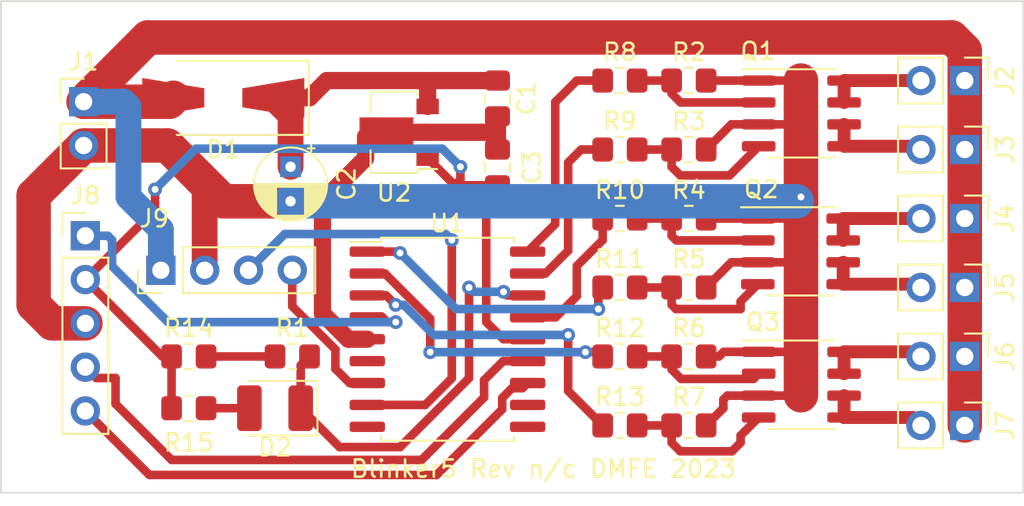
<source format=kicad_pcb>
(kicad_pcb (version 20221018) (generator pcbnew)
  (title_block (title "Blinker5") (date "2023-12-22") (rev "n/c") (company "DMFE"))
  (layers (0 "F.Cu" signal) (31 "B.Cu" signal) (34 "B.Paste" user) (35 "F.Paste" user) (36 "B.SilkS" user "B.Silkscreen") (37 "F.SilkS" user "F.Silkscreen") (38 "B.Mask" user) (39 "F.Mask" user) (44 "Edge.Cuts" user))
  (net 0 "")
  (net 1 "Net-(D1-K)")
  (net 2 "GND")
  (net 3 "+5V")
  (net 4 "+12V")
  (net 5 "Net-(D2-K)")
  (net 6 "Net-(D2-A)")
  (net 7 "Net-(J2-Pin_2)")
  (net 8 "Net-(J3-Pin_2)")
  (net 9 "Net-(J4-Pin_2)")
  (net 10 "Net-(J5-Pin_2)")
  (net 11 "Net-(J6-Pin_2)")
  (net 12 "Net-(J7-Pin_2)")
  (net 13 "VPP")
  (net 14 "PGD")
  (net 15 "PGC")
  (net 16 "TX")
  (net 17 "RX")
  (net 18 "Net-(Q1A-G)")
  (net 19 "Net-(Q1B-G)")
  (net 20 "Net-(Q2A-G)")
  (net 21 "Net-(Q2B-G)")
  (net 22 "Net-(Q3A-G)")
  (net 23 "Net-(Q3B-G)")
  (net 24 "Net-(R1-Pad1)")
  (net 25 "Net-(U1-AN1{slash}RA1)")
  (net 26 "Net-(U1-AN0{slash}RA0)")
  (net 27 "Net-(U1-CLKOUT{slash}OSC2{slash}RA6)")
  (net 28 "Net-(U1-Vref{slash}AN2{slash}RA2)")
  (net 29 "Net-(U1-CMP1{slash}AN3{slash}RA3)")
  (net 30 "Net-(U1-TOCKI{slash}CMP2{slash}RA4)")
  (footprint "Connector_PinHeader_2.54mm:PinHeader_1x05_P2.54mm_Vertical" (layer "F.Cu") (at 109 71)
    (fp_text reference "J8" (at 0 -2.33 180) (layer "F.SilkS"))
    (fp_text value "Conn_01x05")
    (pad "1" thru_hole rect (at 0 0) (size 1.7 1.7) (drill 1) (layers "*.Cu" "*.Mask") (net 13 "VPP"))
    (pad "2" thru_hole oval (at 0 2.54) (size 1.7 1.7) (drill 1) (layers "*.Cu" "*.Mask") (net 3 "+5V"))
    (pad "3" thru_hole oval (at 0 5.08) (size 1.7 1.7) (drill 1) (layers "*.Cu" "*.Mask") (net 2 "GND"))
    (pad "4" thru_hole oval (at 0 7.62) (size 1.7 1.7) (drill 1) (layers "*.Cu" "*.Mask") (net 14 "PGD"))
    (pad "5" thru_hole oval (at 0 10.16) (size 1.7 1.7) (drill 1) (layers "*.Cu" "*.Mask") (net 15 "PGC"))
  )
  (footprint "Resistor_SMD:R_0805_2012Metric_Pad1.20x1.40mm_HandSolder" (layer "F.Cu") (at 115 81)
    (fp_text reference "R15" (at 0 2) (layer "F.SilkS"))
    (fp_text value "1K0")
    (pad "1" smd roundrect (at -1 0) (size 1.2 1.4) (layers "F.Cu" "F.Paste" "F.Mask") (roundrect_rratio 0.2083333333) (net 3 "+5V"))
    (pad "2" smd roundrect (at 1 0) (size 1.2 1.4) (layers "F.Cu" "F.Paste" "F.Mask") (roundrect_rratio 0.2083333333) (net 6 "Net-(D2-A)"))
  )
  (footprint "Package_SO:SOIC-8_3.9x4.9mm_P1.27mm" (layer "F.Cu") (at 150.475 71.905)
    (fp_text reference "Q2" (at -2.275 -3.605) (layer "F.SilkS"))
    (fp_text value "IRF7101")
    (pad "1" smd roundrect (at -2.475 -1.905) (size 1.95 0.6) (layers "F.Cu" "F.Paste" "F.Mask") (net 2 "GND"))
    (pad "2" smd roundrect (at -2.475 -0.635) (size 1.95 0.6) (layers "F.Cu" "F.Paste" "F.Mask") (net 20 "Net-(Q2A-G)"))
    (pad "3" smd roundrect (at -2.475 0.635) (size 1.95 0.6) (layers "F.Cu" "F.Paste" "F.Mask") (net 2 "GND"))
    (pad "4" smd roundrect (at -2.475 1.905) (size 1.95 0.6) (layers "F.Cu" "F.Paste" "F.Mask") (net 21 "Net-(Q2B-G)"))
    (pad "5" smd roundrect (at 2.475 1.905) (size 1.95 0.6) (layers "F.Cu" "F.Paste" "F.Mask") (net 10 "Net-(J5-Pin_2)"))
    (pad "6" smd roundrect (at 2.475 0.635) (size 1.95 0.6) (layers "F.Cu" "F.Paste" "F.Mask") (net 10 "Net-(J5-Pin_2)"))
    (pad "7" smd roundrect (at 2.475 -0.635) (size 1.95 0.6) (layers "F.Cu" "F.Paste" "F.Mask") (net 9 "Net-(J4-Pin_2)"))
    (pad "8" smd roundrect (at 2.475 -1.905) (size 1.95 0.6) (layers "F.Cu" "F.Paste" "F.Mask") (net 9 "Net-(J4-Pin_2)"))
  )
  (footprint "Package_TO_SOT_SMD:SOT-89-3" (layer "F.Cu") (at 126.9 65 180)
    (fp_text reference "U2" (at 0 -3.5) (layer "F.SilkS"))
    (fp_text value "L78L05_SOT89")
    (pad "1" smd rect (at -1.95 -1.5 180) (size 1.3 0.9) (layers "F.Cu" "F.Paste" "F.Mask") (net 3 "+5V"))
    (pad "2" smd custom (at -1.8625 0 180) (size 1.475 0.9) (layers "F.Cu" "F.Paste" "F.Mask") (net 2 "GND") (options (clearance outline) (anchor rect)) (primitives (gr_poly (pts (xy 3.8625 0.8665) (xy 0.7375 0.8665) (xy 0.7375 -0.8665) (xy 3.8625 -0.8665)) (width 0) (fill yes))))
    (pad "3" smd rect (at -1.95 1.5 180) (size 1.3 0.9) (layers "F.Cu" "F.Paste" "F.Mask") (net 1 "Net-(D1-K)"))
  )
  (footprint "Package_SO:SOIC-8_3.9x4.9mm_P1.27mm" (layer "F.Cu") (at 150.525 63.905)
    (fp_text reference "Q1" (at -2.525 -3.605) (layer "F.SilkS"))
    (fp_text value "IRF7101")
    (pad "1" smd roundrect (at -2.475 -1.905) (size 1.95 0.6) (layers "F.Cu" "F.Paste" "F.Mask") (net 2 "GND"))
    (pad "2" smd roundrect (at -2.475 -0.635) (size 1.95 0.6) (layers "F.Cu" "F.Paste" "F.Mask") (net 18 "Net-(Q1A-G)"))
    (pad "3" smd roundrect (at -2.475 0.635) (size 1.95 0.6) (layers "F.Cu" "F.Paste" "F.Mask") (net 2 "GND"))
    (pad "4" smd roundrect (at -2.475 1.905) (size 1.95 0.6) (layers "F.Cu" "F.Paste" "F.Mask") (net 19 "Net-(Q1B-G)"))
    (pad "5" smd roundrect (at 2.475 1.905) (size 1.95 0.6) (layers "F.Cu" "F.Paste" "F.Mask") (net 8 "Net-(J3-Pin_2)"))
    (pad "6" smd roundrect (at 2.475 0.635) (size 1.95 0.6) (layers "F.Cu" "F.Paste" "F.Mask") (net 8 "Net-(J3-Pin_2)"))
    (pad "7" smd roundrect (at 2.475 -0.635) (size 1.95 0.6) (layers "F.Cu" "F.Paste" "F.Mask") (net 7 "Net-(J2-Pin_2)"))
    (pad "8" smd roundrect (at 2.475 -1.905) (size 1.95 0.6) (layers "F.Cu" "F.Paste" "F.Mask") (net 7 "Net-(J2-Pin_2)"))
  )
  (footprint "Diode_SMD:D_SMA-SMB_Universal_Handsoldering" (layer "F.Cu") (at 117 63 180)
    (fp_text reference "D1" (at 0 -3) (layer "F.SilkS"))
    (fp_text value "SMA 1A")
    (pad "1" smd trapezoid (at -2.9 0 180) (size 3.6 1.7) (rect_delta 0.6 0) (layers "F.Cu" "F.Paste" "F.Mask") (net 1 "Net-(D1-K)"))
    (pad "2" smd trapezoid (at 2.9 0) (size 3.6 1.7) (rect_delta 0.6 0) (layers "F.Cu" "F.Paste" "F.Mask") (net 4 "+12V"))
  )
  (footprint "Package_SO:SOIC-8_3.9x4.9mm_P1.27mm" (layer "F.Cu") (at 150.525 79.635)
    (fp_text reference "Q3" (at -2.225 -3.635) (layer "F.SilkS"))
    (fp_text value "IRF7101")
    (pad "1" smd roundrect (at -2.475 -1.905) (size 1.95 0.6) (layers "F.Cu" "F.Paste" "F.Mask") (net 2 "GND"))
    (pad "2" smd roundrect (at -2.475 -0.635) (size 1.95 0.6) (layers "F.Cu" "F.Paste" "F.Mask") (net 22 "Net-(Q3A-G)"))
    (pad "3" smd roundrect (at -2.475 0.635) (size 1.95 0.6) (layers "F.Cu" "F.Paste" "F.Mask") (net 2 "GND"))
    (pad "4" smd roundrect (at -2.475 1.905) (size 1.95 0.6) (layers "F.Cu" "F.Paste" "F.Mask") (net 23 "Net-(Q3B-G)"))
    (pad "5" smd roundrect (at 2.475 1.905) (size 1.95 0.6) (layers "F.Cu" "F.Paste" "F.Mask") (net 12 "Net-(J7-Pin_2)"))
    (pad "6" smd roundrect (at 2.475 0.635) (size 1.95 0.6) (layers "F.Cu" "F.Paste" "F.Mask") (net 12 "Net-(J7-Pin_2)"))
    (pad "7" smd roundrect (at 2.475 -0.635) (size 1.95 0.6) (layers "F.Cu" "F.Paste" "F.Mask") (net 11 "Net-(J6-Pin_2)"))
    (pad "8" smd roundrect (at 2.475 -1.905) (size 1.95 0.6) (layers "F.Cu" "F.Paste" "F.Mask") (net 11 "Net-(J6-Pin_2)"))
  )
  (footprint "Connector_PinHeader_2.54mm:PinHeader_1x02_P2.54mm_Vertical" (layer "F.Cu") (at 160 82 -90)
    (fp_text reference "J7" (at 0 -2.33 90) (layer "F.SilkS"))
    (fp_text value "Conn_01x02")
    (pad "1" thru_hole rect (at 0 0 270) (size 1.7 1.7) (drill 1) (layers "*.Cu" "*.Mask") (net 4 "+12V"))
    (pad "2" thru_hole oval (at 0 2.54 270) (size 1.7 1.7) (drill 1) (layers "*.Cu" "*.Mask") (net 12 "Net-(J7-Pin_2)"))
  )
  (footprint "Connector_PinHeader_2.54mm:PinHeader_1x02_P2.54mm_Vertical" (layer "F.Cu") (at 160 74 -90)
    (fp_text reference "J5" (at 0 -2.33 90) (layer "F.SilkS"))
    (fp_text value "Conn_01x02")
    (pad "1" thru_hole rect (at 0 0 270) (size 1.7 1.7) (drill 1) (layers "*.Cu" "*.Mask") (net 4 "+12V"))
    (pad "2" thru_hole oval (at 0 2.54 270) (size 1.7 1.7) (drill 1) (layers "*.Cu" "*.Mask") (net 10 "Net-(J5-Pin_2)"))
  )
  (footprint "LED_SMD:LED_1210_3225Metric_Pad1.42x2.65mm_HandSolder" (layer "F.Cu") (at 120 81 180)
    (fp_text reference "D2" (at 0 -2.28) (layer "F.SilkS"))
    (fp_text value "LED_Filled")
    (pad "1" smd roundrect (at -1.4875 0 180) (size 1.425 2.65) (layers "F.Cu" "F.Paste" "F.Mask") (roundrect_rratio 0.1754392982) (net 5 "Net-(D2-K)"))
    (pad "2" smd roundrect (at 1.4875 0 180) (size 1.425 2.65) (layers "F.Cu" "F.Paste" "F.Mask") (roundrect_rratio 0.1754392982) (net 6 "Net-(D2-A)"))
  )
  (footprint "Resistor_SMD:R_0805_2012Metric_Pad1.20x1.40mm_HandSolder" (layer "F.Cu") (at 144 82)
    (fp_text reference "R7" (at 0 -1.65) (layer "F.SilkS"))
    (fp_text value "47K")
    (pad "1" smd roundrect (at -1 0) (size 1.2 1.4) (layers "F.Cu" "F.Paste" "F.Mask") (roundrect_rratio 0.2083333333) (net 23 "Net-(Q3B-G)"))
    (pad "2" smd roundrect (at 1 0) (size 1.2 1.4) (layers "F.Cu" "F.Paste" "F.Mask") (roundrect_rratio 0.2083333333) (net 2 "GND"))
  )
  (footprint "Resistor_SMD:R_0805_2012Metric_Pad1.20x1.40mm_HandSolder" (layer "F.Cu") (at 140 82)
    (fp_text reference "R13" (at 0 -1.65) (layer "F.SilkS"))
    (fp_text value "47R")
    (pad "1" smd roundrect (at -1 0) (size 1.2 1.4) (layers "F.Cu" "F.Paste" "F.Mask") (roundrect_rratio 0.2083333333) (net 30 "Net-(U1-TOCKI{slash}CMP2{slash}RA4)"))
    (pad "2" smd roundrect (at 1 0) (size 1.2 1.4) (layers "F.Cu" "F.Paste" "F.Mask") (roundrect_rratio 0.2083333333) (net 23 "Net-(Q3B-G)"))
  )
  (footprint "Package_SO:SOIC-18W_7.5x11.6mm_P1.27mm" (layer "F.Cu") (at 130 77)
    (fp_text reference "U1" (at 0 -6.72) (layer "F.SilkS"))
    (fp_text value "PIC16F1847-ISO")
    (pad "1" smd roundrect (at -4.65 -5.08) (size 2.05 0.6) (layers "F.Cu" "F.Paste" "F.Mask") (net 28 "Net-(U1-Vref{slash}AN2{slash}RA2)"))
    (pad "2" smd roundrect (at -4.65 -3.81) (size 2.05 0.6) (layers "F.Cu" "F.Paste" "F.Mask") (net 29 "Net-(U1-CMP1{slash}AN3{slash}RA3)"))
    (pad "3" smd roundrect (at -4.65 -2.54) (size 2.05 0.6) (layers "F.Cu" "F.Paste" "F.Mask") (net 30 "Net-(U1-TOCKI{slash}CMP2{slash}RA4)"))
    (pad "4" smd roundrect (at -4.65 -1.27) (size 2.05 0.6) (layers "F.Cu" "F.Paste" "F.Mask") (net 13 "VPP"))
    (pad "5" smd roundrect (at -4.65 0) (size 2.05 0.6) (layers "F.Cu" "F.Paste" "F.Mask") (net 2 "GND"))
    (pad "6" smd roundrect (at -4.65 1.27) (size 2.05 0.6) (layers "F.Cu" "F.Paste" "F.Mask"))
    (pad "7" smd roundrect (at -4.65 2.54) (size 2.05 0.6) (layers "F.Cu" "F.Paste" "F.Mask") (net 17 "RX"))
    (pad "8" smd roundrect (at -4.65 3.81) (size 2.05 0.6) (layers "F.Cu" "F.Paste" "F.Mask") (net 16 "TX"))
    (pad "9" smd roundrect (at -4.65 5.08) (size 2.05 0.6) (layers "F.Cu" "F.Paste" "F.Mask"))
    (pad "10" smd roundrect (at 4.65 5.08) (size 2.05 0.6) (layers "F.Cu" "F.Paste" "F.Mask"))
    (pad "11" smd roundrect (at 4.65 3.81) (size 2.05 0.6) (layers "F.Cu" "F.Paste" "F.Mask"))
    (pad "12" smd roundrect (at 4.65 2.54) (size 2.05 0.6) (layers "F.Cu" "F.Paste" "F.Mask") (net 15 "PGC"))
    (pad "13" smd roundrect (at 4.65 1.27) (size 2.05 0.6) (layers "F.Cu" "F.Paste" "F.Mask") (net 14 "PGD"))
    (pad "14" smd roundrect (at 4.65 0) (size 2.05 0.6) (layers "F.Cu" "F.Paste" "F.Mask") (net 3 "+5V"))
    (pad "15" smd roundrect (at 4.65 -1.27) (size 2.05 0.6) (layers "F.Cu" "F.Paste" "F.Mask") (net 27 "Net-(U1-CLKOUT{slash}OSC2{slash}RA6)"))
    (pad "16" smd roundrect (at 4.65 -2.54) (size 2.05 0.6) (layers "F.Cu" "F.Paste" "F.Mask") (net 5 "Net-(D2-K)"))
    (pad "17" smd roundrect (at 4.65 -3.81) (size 2.05 0.6) (layers "F.Cu" "F.Paste" "F.Mask") (net 26 "Net-(U1-AN0{slash}RA0)"))
    (pad "18" smd roundrect (at 4.65 -5.08) (size 2.05 0.6) (layers "F.Cu" "F.Paste" "F.Mask") (net 25 "Net-(U1-AN1{slash}RA1)"))
  )
  (footprint "Resistor_SMD:R_0805_2012Metric_Pad1.20x1.40mm_HandSolder" (layer "F.Cu") (at 144 74)
    (fp_text reference "R5" (at 0 -1.65) (layer "F.SilkS"))
    (fp_text value "47K")
    (pad "1" smd roundrect (at -1 0) (size 1.2 1.4) (layers "F.Cu" "F.Paste" "F.Mask") (roundrect_rratio 0.2083333333) (net 21 "Net-(Q2B-G)"))
    (pad "2" smd roundrect (at 1 0) (size 1.2 1.4) (layers "F.Cu" "F.Paste" "F.Mask") (roundrect_rratio 0.2083333333) (net 2 "GND"))
  )
  (footprint "Connector_PinHeader_2.54mm:PinHeader_1x04_P2.54mm_Vertical" (layer "F.Cu") (at 113.38 73 90)
    (fp_text reference "J9" (at 3 -0.38 180) (layer "F.SilkS"))
    (fp_text value "Conn_01x04")
    (pad "1" thru_hole rect (at 0 0 90) (size 1.7 1.7) (drill 1) (layers "*.Cu" "*.Mask") (net 4 "+12V"))
    (pad "2" thru_hole oval (at 0 2.54 90) (size 1.7 1.7) (drill 1) (layers "*.Cu" "*.Mask") (net 2 "GND"))
    (pad "3" thru_hole oval (at 0 5.08 90) (size 1.7 1.7) (drill 1) (layers "*.Cu" "*.Mask") (net 16 "TX"))
    (pad "4" thru_hole oval (at 0 7.62 90) (size 1.7 1.7) (drill 1) (layers "*.Cu" "*.Mask") (net 17 "RX"))
  )
  (footprint "Connector_PinHeader_2.54mm:PinHeader_1x02_P2.54mm_Vertical" (layer "F.Cu") (at 160 66 -90)
    (fp_text reference "J3" (at 0 -2.33 90) (layer "F.SilkS"))
    (fp_text value "Conn_01x02")
    (pad "1" thru_hole rect (at 0 0 270) (size 1.7 1.7) (drill 1) (layers "*.Cu" "*.Mask") (net 4 "+12V"))
    (pad "2" thru_hole oval (at 0 2.54 270) (size 1.7 1.7) (drill 1) (layers "*.Cu" "*.Mask") (net 8 "Net-(J3-Pin_2)"))
  )
  (footprint "Connector_PinHeader_2.54mm:PinHeader_1x02_P2.54mm_Vertical" (layer "F.Cu") (at 160 62 -90)
    (fp_text reference "J2" (at 0 -2.33 90) (layer "F.SilkS"))
    (fp_text value "Conn_01x02")
    (pad "1" thru_hole rect (at 0 0 270) (size 1.7 1.7) (drill 1) (layers "*.Cu" "*.Mask") (net 4 "+12V"))
    (pad "2" thru_hole oval (at 0 2.54 270) (size 1.7 1.7) (drill 1) (layers "*.Cu" "*.Mask") (net 7 "Net-(J2-Pin_2)"))
  )
  (footprint "Resistor_SMD:R_0805_2012Metric_Pad1.20x1.40mm_HandSolder" (layer "F.Cu") (at 144 62)
    (fp_text reference "R2" (at 0 -1.65) (layer "F.SilkS"))
    (fp_text value "47K")
    (pad "1" smd roundrect (at -1 0) (size 1.2 1.4) (layers "F.Cu" "F.Paste" "F.Mask") (roundrect_rratio 0.2083333333) (net 18 "Net-(Q1A-G)"))
    (pad "2" smd roundrect (at 1 0) (size 1.2 1.4) (layers "F.Cu" "F.Paste" "F.Mask") (roundrect_rratio 0.2083333333) (net 2 "GND"))
  )
  (footprint "Resistor_SMD:R_0805_2012Metric_Pad1.20x1.40mm_HandSolder" (layer "F.Cu") (at 140 66)
    (fp_text reference "R9" (at 0 -1.65) (layer "F.SilkS"))
    (fp_text value "47R")
    (pad "1" smd roundrect (at -1 0) (size 1.2 1.4) (layers "F.Cu" "F.Paste" "F.Mask") (roundrect_rratio 0.2083333333) (net 26 "Net-(U1-AN0{slash}RA0)"))
    (pad "2" smd roundrect (at 1 0) (size 1.2 1.4) (layers "F.Cu" "F.Paste" "F.Mask") (roundrect_rratio 0.2083333333) (net 19 "Net-(Q1B-G)"))
  )
  (footprint "Resistor_SMD:R_0805_2012Metric_Pad1.20x1.40mm_HandSolder" (layer "F.Cu") (at 144 70)
    (fp_text reference "R4" (at 0 -1.65) (layer "F.SilkS"))
    (fp_text value "47K")
    (pad "1" smd roundrect (at -1 0) (size 1.2 1.4) (layers "F.Cu" "F.Paste" "F.Mask") (roundrect_rratio 0.2083333333) (net 20 "Net-(Q2A-G)"))
    (pad "2" smd roundrect (at 1 0) (size 1.2 1.4) (layers "F.Cu" "F.Paste" "F.Mask") (roundrect_rratio 0.2083333333) (net 2 "GND"))
  )
  (footprint "Connector_PinHeader_2.54mm:PinHeader_1x02_P2.54mm_Vertical" (layer "F.Cu") (at 160 70 -90)
    (fp_text reference "J4" (at 0 -2.33 90) (layer "F.SilkS"))
    (fp_text value "Conn_01x02")
    (pad "1" thru_hole rect (at 0 0 270) (size 1.7 1.7) (drill 1) (layers "*.Cu" "*.Mask") (net 4 "+12V"))
    (pad "2" thru_hole oval (at 0 2.54 270) (size 1.7 1.7) (drill 1) (layers "*.Cu" "*.Mask") (net 9 "Net-(J4-Pin_2)"))
  )
  (footprint "Connector_PinHeader_2.54mm:PinHeader_1x02_P2.54mm_Vertical" (layer "F.Cu") (at 108.9 63.225)
    (fp_text reference "J1" (at 0 -2.33) (layer "F.SilkS"))
    (fp_text value "Conn_01x02")
    (pad "1" thru_hole rect (at 0 0) (size 1.7 1.7) (drill 1) (layers "*.Cu" "*.Mask") (net 4 "+12V"))
    (pad "2" thru_hole oval (at 0 2.54) (size 1.7 1.7) (drill 1) (layers "*.Cu" "*.Mask") (net 2 "GND"))
  )
  (footprint "Resistor_SMD:R_0805_2012Metric_Pad1.20x1.40mm_HandSolder" (layer "F.Cu") (at 140 74)
    (fp_text reference "R11" (at 0 -1.65) (layer "F.SilkS"))
    (fp_text value "47R")
    (pad "1" smd roundrect (at -1 0) (size 1.2 1.4) (layers "F.Cu" "F.Paste" "F.Mask") (roundrect_rratio 0.2083333333) (net 28 "Net-(U1-Vref{slash}AN2{slash}RA2)"))
    (pad "2" smd roundrect (at 1 0) (size 1.2 1.4) (layers "F.Cu" "F.Paste" "F.Mask") (roundrect_rratio 0.2083333333) (net 21 "Net-(Q2B-G)"))
  )
  (footprint "Resistor_SMD:R_0805_2012Metric_Pad1.20x1.40mm_HandSolder" (layer "F.Cu") (at 140 78)
    (fp_text reference "R12" (at 0 -1.65) (layer "F.SilkS"))
    (fp_text value "47R")
    (pad "1" smd roundrect (at -1 0) (size 1.2 1.4) (layers "F.Cu" "F.Paste" "F.Mask") (roundrect_rratio 0.2083333333) (net 29 "Net-(U1-CMP1{slash}AN3{slash}RA3)"))
    (pad "2" smd roundrect (at 1 0) (size 1.2 1.4) (layers "F.Cu" "F.Paste" "F.Mask") (roundrect_rratio 0.2083333333) (net 22 "Net-(Q3A-G)"))
  )
  (footprint "Capacitor_SMD:C_0805_2012Metric_Pad1.18x1.45mm_HandSolder" (layer "F.Cu") (at 132.9 67.0375 90)
    (fp_text reference "C3" (at 0 2 90) (layer "F.SilkS"))
    (fp_text value "0.1uf")
    (pad "1" smd roundrect (at -1.0375 0 90) (size 1.175 1.45) (layers "F.Cu" "F.Paste" "F.Mask") (roundrect_rratio 0.2127659574) (net 3 "+5V"))
    (pad "2" smd roundrect (at 1.0375 0 90) (size 1.175 1.45) (layers "F.Cu" "F.Paste" "F.Mask") (roundrect_rratio 0.2127659574) (net 2 "GND"))
  )
  (footprint "Resistor_SMD:R_0805_2012Metric_Pad1.20x1.40mm_HandSolder" (layer "F.Cu") (at 144 66)
    (fp_text reference "R3" (at 0 -1.65) (layer "F.SilkS"))
    (fp_text value "47K")
    (pad "1" smd roundrect (at -1 0) (size 1.2 1.4) (layers "F.Cu" "F.Paste" "F.Mask") (roundrect_rratio 0.2083333333) (net 19 "Net-(Q1B-G)"))
    (pad "2" smd roundrect (at 1 0) (size 1.2 1.4) (layers "F.Cu" "F.Paste" "F.Mask") (roundrect_rratio 0.2083333333) (net 2 "GND"))
  )
  (footprint "Resistor_SMD:R_0805_2012Metric_Pad1.20x1.40mm_HandSolder" (layer "F.Cu") (at 121 78)
    (fp_text reference "R1" (at 0 -1.65) (layer "F.SilkS"))
    (fp_text value "1K0")
    (pad "1" smd roundrect (at -1 0) (size 1.2 1.4) (layers "F.Cu" "F.Paste" "F.Mask") (roundrect_rratio 0.2083333333) (net 24 "Net-(R1-Pad1)"))
    (pad "2" smd roundrect (at 1 0) (size 1.2 1.4) (layers "F.Cu" "F.Paste" "F.Mask") (roundrect_rratio 0.2083333333) (net 5 "Net-(D2-K)"))
  )
  (footprint "Resistor_SMD:R_0805_2012Metric_Pad1.20x1.40mm_HandSolder" (layer "F.Cu") (at 115 78)
    (fp_text reference "R14" (at 0 -1.65) (layer "F.SilkS"))
    (fp_text value "47K")
    (pad "1" smd roundrect (at -1 0) (size 1.2 1.4) (layers "F.Cu" "F.Paste" "F.Mask") (roundrect_rratio 0.2083333333) (net 3 "+5V"))
    (pad "2" smd roundrect (at 1 0) (size 1.2 1.4) (layers "F.Cu" "F.Paste" "F.Mask") (roundrect_rratio 0.2083333333) (net 24 "Net-(R1-Pad1)"))
  )
  (footprint "Resistor_SMD:R_0805_2012Metric_Pad1.20x1.40mm_HandSolder" (layer "F.Cu") (at 144 78)
    (fp_text reference "R6" (at 0 -1.65) (layer "F.SilkS"))
    (fp_text value "47K")
    (pad "1" smd roundrect (at -1 0) (size 1.2 1.4) (layers "F.Cu" "F.Paste" "F.Mask") (roundrect_rratio 0.2083333333) (net 22 "Net-(Q3A-G)"))
    (pad "2" smd roundrect (at 1 0) (size 1.2 1.4) (layers "F.Cu" "F.Paste" "F.Mask") (roundrect_rratio 0.2083333333) (net 2 "GND"))
  )
  (footprint "Resistor_SMD:R_0805_2012Metric_Pad1.20x1.40mm_HandSolder" (layer "F.Cu") (at 140 70)
    (fp_text reference "R10" (at 0 -1.65) (layer "F.SilkS"))
    (fp_text value "47R")
    (pad "1" smd roundrect (at -1 0) (size 1.2 1.4) (layers "F.Cu" "F.Paste" "F.Mask") (roundrect_rratio 0.2083333333) (net 27 "Net-(U1-CLKOUT{slash}OSC2{slash}RA6)"))
    (pad "2" smd roundrect (at 1 0) (size 1.2 1.4) (layers "F.Cu" "F.Paste" "F.Mask") (roundrect_rratio 0.2083333333) (net 20 "Net-(Q2A-G)"))
  )
  (footprint "Resistor_SMD:R_0805_2012Metric_Pad1.20x1.40mm_HandSolder" (layer "F.Cu") (at 140 62)
    (fp_text reference "R8" (at 0 -1.65) (layer "F.SilkS"))
    (fp_text value "47R")
    (pad "1" smd roundrect (at -1 0) (size 1.2 1.4) (layers "F.Cu" "F.Paste" "F.Mask") (roundrect_rratio 0.2083333333) (net 25 "Net-(U1-AN1{slash}RA1)"))
    (pad "2" smd roundrect (at 1 0) (size 1.2 1.4) (layers "F.Cu" "F.Paste" "F.Mask") (roundrect_rratio 0.2083333333) (net 18 "Net-(Q1A-G)"))
  )
  (footprint "Capacitor_SMD:C_0805_2012Metric_Pad1.18x1.45mm_HandSolder" (layer "F.Cu") (at 132.9 63.0375 -90)
    (fp_text reference "C1" (at 0 -1.68 90) (layer "F.SilkS"))
    (fp_text value "0.1uf")
    (pad "1" smd roundrect (at -1.0375 0 270) (size 1.175 1.45) (layers "F.Cu" "F.Paste" "F.Mask") (roundrect_rratio 0.2127659574) (net 1 "Net-(D1-K)"))
    (pad "2" smd roundrect (at 1.0375 0 270) (size 1.175 1.45) (layers "F.Cu" "F.Paste" "F.Mask") (roundrect_rratio 0.2127659574) (net 2 "GND"))
  )
  (footprint "Connector_PinHeader_2.54mm:PinHeader_1x02_P2.54mm_Vertical" (layer "F.Cu") (at 160 78 -90)
    (fp_text reference "J6" (at 0 -2.33 90) (layer "F.SilkS"))
    (fp_text value "Conn_01x02")
    (pad "1" thru_hole rect (at 0 0 270) (size 1.7 1.7) (drill 1) (layers "*.Cu" "*.Mask") (net 4 "+12V"))
    (pad "2" thru_hole oval (at 0 2.54 270) (size 1.7 1.7) (drill 1) (layers "*.Cu" "*.Mask") (net 11 "Net-(J6-Pin_2)"))
  )
  (footprint "Capacitor_THT:CP_Radial_D4.0mm_P2.00mm" (layer "F.Cu") (at 120.9 67 -90)
    (fp_text reference "C2" (at 1 -3.25 90) (layer "F.SilkS"))
    (fp_text value "33uf")
    (pad "1" thru_hole rect (at 0 0 270) (size 1.2 1.2) (drill 0.6) (layers "*.Cu" "*.Mask") (net 1 "Net-(D1-K)"))
    (pad "2" thru_hole circle (at 2 0 270) (size 1.2 1.2) (drill 0.6) (layers "*.Cu" "*.Mask") (net 2 "GND"))
  )
  (gr_rect (start 104.1 57.4) (end 163.4 85.9) (stroke (width 0.1)) (fill none) (layer "Edge.Cuts"))
  (gr_text "Blinker5 Rev n/c DMFE 2023" (at 124.3 85.1) (layer "F.SilkS") (effects (font (size 1 1)) (justify left bottom)))
  (segment (start 132.9 62) (end 129 62) (width 1) (layer "F.Cu") (net 1))
  (segment (start 129 62) (end 128.75 62.25) (width 1) (layer "F.Cu") (net 1))
  (segment (start 128.75 62.25) (end 128.85 62.35) (width 1) (layer "F.Cu") (net 1))
  (segment (start 128.85 62.35) (end 128.85 63.5) (width 1) (layer "F.Cu") (net 1))
  (segment (start 129 62) (end 123 62) (width 1) (layer "F.Cu") (net 1))
  (segment (start 120.9 67) (end 120.9 64) (width 1.5) (layer "F.Cu") (net 1))
  (segment (start 123 62) (end 122 63) (width 1) (layer "F.Cu") (net 1))
  (segment (start 122 63) (end 119.9 63) (width 1) (layer "F.Cu") (net 1))
  (segment (start 120.9 64) (end 119.9 63) (width 1.5) (layer "F.Cu") (net 1))
  (segment (start 145 66) (end 146.46 64.54) (width 0.5) (layer "F.Cu") (net 2))
  (segment (start 148 72.54) (end 150.46 72.54) (width 0.5) (layer "F.Cu") (net 2))
  (segment (start 150.5 72.5) (end 150.5 70) (width 2) (layer "F.Cu") (net 2))
  (segment (start 145 70) (end 148 70) (width 0.5) (layer "F.Cu") (net 2))
  (segment (start 150.46 64.54) (end 150.5 64.5) (width 0.5) (layer "F.Cu") (net 2))
  (segment (start 148.05 80.27) (end 150.48 80.27) (width 0.5) (layer "F.Cu") (net 2))
  (segment (start 107.08 76.08) (end 106 75) (width 2) (layer "F.Cu") (net 2))
  (segment (start 150.5 77.75) (end 150.5 72.5) (width 2) (layer "F.Cu") (net 2))
  (segment (start 146.46 72.54) (end 148 72.54) (width 0.5) (layer "F.Cu") (net 2))
  (segment (start 150.5 68.75) (end 150.5 64.5) (width 2) (layer "F.Cu") (net 2))
  (segment (start 148.05 77.73) (end 150.48 77.73) (width 0.5) (layer "F.Cu") (net 2))
  (segment (start 148.05 64.54) (end 150.46 64.54) (width 0.5) (layer "F.Cu") (net 2))
  (segment (start 122.75 69) (end 120.9 69) (width 1) (layer "F.Cu") (net 2))
  (segment (start 148 70) (end 150.5 70) (width 0.5) (layer "F.Cu") (net 2))
  (segment (start 145 82) (end 146 81) (width 0.5) (layer "F.Cu") (net 2))
  (segment (start 146.02 77.73) (end 148.05 77.73) (width 0.5) (layer "F.Cu") (net 2))
  (segment (start 150.5 80.25) (end 150.5 77.75) (width 2) (layer "F.Cu") (net 2))
  (segment (start 150.48 80.27) (end 150.5 80.25) (width 0.5) (layer "F.Cu") (net 2))
  (segment (start 125.5 65) (end 125.25 65.25) (width 1) (layer "F.Cu") (net 2))
  (segment (start 146 81) (end 146 80.5) (width 0.5) (layer "F.Cu") (net 2))
  (segment (start 150.5 62) (end 148.05 62) (width 0.5) (layer "F.Cu") (net 2))
  (segment (start 106 68.665) (end 108.9 65.765) (width 2) (layer "F.Cu") (net 2))
  (segment (start 117 69) (end 120.9 69) (width 2) (layer "F.Cu") (net 2))
  (segment (start 146.46 64.54) (end 148.05 64.54) (width 0.5) (layer "F.Cu") (net 2))
  (segment (start 109 76.08) (end 107.08 76.08) (width 2) (layer "F.Cu") (net 2))
  (segment (start 128.7625 65) (end 125.5 65) (width 1) (layer "F.Cu") (net 2))
  (segment (start 145 74) (end 146.46 72.54) (width 0.5) (layer "F.Cu") (net 2))
  (segment (start 122.75 75.5) (end 124.25 77) (width 1) (layer "F.Cu") (net 2))
  (segment (start 145 78) (end 145.75 78) (width 0.5) (layer "F.Cu") (net 2))
  (segment (start 113.765 65.765) (end 115.625 67.625) (width 2) (layer "F.Cu") (net 2))
  (segment (start 150.48 77.73) (end 150.5 77.75) (width 0.5) (layer "F.Cu") (net 2))
  (segment (start 145 62) (end 148.05 62) (width 0.5) (layer "F.Cu") (net 2))
  (segment (start 124.25 77) (end 125.35 77) (width 1) (layer "F.Cu") (net 2))
  (segment (start 115.625 67.625) (end 117 69) (width 2) (layer "F.Cu") (net 2))
  (segment (start 146 80.5) (end 146.23 80.27) (width 0.5) (layer "F.Cu") (net 2))
  (segment (start 132.9 66) (end 132.9 65) (width 1) (layer "F.Cu") (net 2))
  (segment (start 108.9 65.765) (end 113.765 65.765) (width 2) (layer "F.Cu") (net 2))
  (segment (start 122.75 69) (end 122.75 75.5) (width 1) (layer "F.Cu") (net 2))
  (segment (start 125.25 65.25) (end 125.25 66.5) (width 1) (layer "F.Cu") (net 2))
  (segment (start 115.92 67.92) (end 115.625 67.625) (width 1.5) (layer "F.Cu") (net 2))
  (segment (start 125.25 66.5) (end 122.75 69) (width 1) (layer "F.Cu") (net 2))
  (segment (start 128.7625 65) (end 132.9 65) (width 1) (layer "F.Cu") (net 2))
  (segment (start 150.46 72.54) (end 150.5 72.5) (width 0.5) (layer "F.Cu") (net 2))
  (segment (start 146.23 80.27) (end 148.05 80.27) (width 0.5) (layer "F.Cu") (net 2))
  (segment (start 150.5 70) (end 150.5 68.75) (width 2) (layer "F.Cu") (net 2))
  (segment (start 115.92 73) (end 115.92 67.92) (width 1.5) (layer "F.Cu") (net 2))
  (segment (start 145.75 78) (end 146.02 77.73) (width 0.5) (layer "F.Cu") (net 2))
  (segment (start 106 75) (end 106 68.665) (width 2) (layer "F.Cu") (net 2))
  (segment (start 150.5 64.5) (end 150.5 62) (width 2) (layer "F.Cu") (net 2))
  (segment (start 132.9 65) (end 132.9 64.075) (width 1) (layer "F.Cu") (net 2))
  (via (at 150.5 68.75) (size 0.8) (drill 0.4) (layers "F.Cu" "B.Cu") (net 2))
  (segment (start 120.9 69) (end 150.25 69) (width 2) (layer "B.Cu") (net 2))
  (segment (start 150.25 69) (end 150.5 68.75) (width 1) (layer "B.Cu") (net 2))
  (segment (start 114 81) (end 114 78) (width 0.5) (layer "F.Cu") (net 3))
  (segment (start 130.75 67.75) (end 130.425 68.075) (width 0.5) (layer "F.Cu") (net 3))
  (segment (start 114 78) (end 113.46 78) (width 0.5) (layer "F.Cu") (net 3))
  (segment (start 130.75 67) (end 130.75 67.75) (width 0.5) (layer "F.Cu") (net 3))
  (segment (start 132.9 68.075) (end 130.425 68.075) (width 0.5) (layer "F.Cu") (net 3))
  (segment (start 113.46 78) (end 109 73.54) (width 0.5) (layer "F.Cu") (net 3))
  (segment (start 134.65 77) (end 133.25 77) (width 0.5) (layer "F.Cu") (net 3))
  (segment (start 132.25 76) (end 132.25 68.725) (width 0.5) (layer "F.Cu") (net 3))
  (segment (start 133.25 77) (end 132.25 76) (width 0.5) (layer "F.Cu") (net 3))
  (segment (start 130.425 68.075) (end 128.85 66.5) (width 0.5) (layer "F.Cu") (net 3))
  (segment (start 132.25 68.725) (end 132.9 68.075) (width 0.5) (layer "F.Cu") (net 3))
  (segment (start 109 73.54) (end 113.041618 69.498382) (width 0.5) (layer "F.Cu") (net 3))
  (segment (start 113.041618 69.498382) (end 113.041618 68.311719) (width 0.5) (layer "F.Cu") (net 3))
  (via (at 130.75 67) (size 0.8) (drill 0.4) (layers "F.Cu" "B.Cu") (net 3))
  (via (at 113.041618 68.311719) (size 0.8) (drill 0.4) (layers "F.Cu" "B.Cu") (net 3))
  (segment (start 130.75 67) (end 129.7 65.95) (width 0.5) (layer "B.Cu") (net 3))
  (segment (start 115.403337 65.95) (end 113.041618 68.311719) (width 0.5) (layer "B.Cu") (net 3))
  (segment (start 129.7 65.95) (end 115.403337 65.95) (width 0.5) (layer "B.Cu") (net 3))
  (segment (start 159.25 59.5) (end 112.625 59.5) (width 2) (layer "F.Cu") (net 4))
  (segment (start 112.625 59.5) (end 108.9 63.225) (width 2) (layer "F.Cu") (net 4))
  (segment (start 160 63.75) (end 160 62) (width 2) (layer "F.Cu") (net 4))
  (segment (start 160 70) (end 160 66) (width 2) (layer "F.Cu") (net 4))
  (segment (start 108.9 63.225) (end 113.875 63.225) (width 2) (layer "F.Cu") (net 4))
  (segment (start 160 82) (end 160 78) (width 2) (layer "F.Cu") (net 4))
  (segment (start 160 66) (end 160 63.75) (width 2) (layer "F.Cu") (net 4))
  (segment (start 160 60.25) (end 159.25 59.5) (width 2) (layer "F.Cu") (net 4))
  (segment (start 160 78) (end 160 74) (width 2) (layer "F.Cu") (net 4))
  (segment (start 160 74) (end 160 70) (width 2) (layer "F.Cu") (net 4))
  (segment (start 113.875 63.225) (end 114.1 63) (width 2) (layer "F.Cu") (net 4))
  (segment (start 160 63.75) (end 160 60.25) (width 2) (layer "F.Cu") (net 4))
  (segment (start 111.225 63.225) (end 108.9 63.225) (width 1.5) (layer "B.Cu") (net 4))
  (segment (start 111.5 68.75) (end 111.5 63.5) (width 1.5) (layer "B.Cu") (net 4))
  (segment (start 113.38 70.63) (end 111.5 68.75) (width 1.5) (layer "B.Cu") (net 4))
  (segment (start 113.38 73) (end 113.38 70.63) (width 1.5) (layer "B.Cu") (net 4))
  (segment (start 111.5 63.5) (end 111.225 63.225) (width 1.5) (layer "B.Cu") (net 4))
  (segment (start 133.46 74.46) (end 133.25 74.25) (width 0.5) (layer "F.Cu") (net 5))
  (segment (start 127.255025 83.255025) (end 123.744975 83.255025) (width 0.5) (layer "F.Cu") (net 5))
  (segment (start 123.744975 83.255025) (end 123.74375 83.25625) (width 0.5) (layer "F.Cu") (net 5))
  (segment (start 131.25 79.26005) (end 127.255025 83.255025) (width 0.5) (layer "F.Cu") (net 5))
  (segment (start 121.4875 81) (end 121.4875 78.5125) (width 0.5) (layer "F.Cu") (net 5))
  (segment (start 121.4875 78.5125) (end 122 78) (width 0.5) (layer "F.Cu") (net 5))
  (segment (start 123.74375 83.25625) (end 121.4875 81) (width 0.5) (layer "F.Cu") (net 5))
  (segment (start 134.65 74.46) (end 133.46 74.46) (width 0.5) (layer "F.Cu") (net 5))
  (segment (start 131.25 74) (end 131.25 79.26005) (width 0.5) (layer "F.Cu") (net 5))
  (via (at 131.25 74) (size 0.8) (drill 0.4) (layers "F.Cu" "B.Cu") (net 5))
  (via (at 133.25 74.25) (size 0.8) (drill 0.4) (layers "F.Cu" "B.Cu") (net 5))
  (segment (start 131.5 74.25) (end 131.25 74) (width 0.5) (layer "B.Cu") (net 5))
  (segment (start 133.25 74.25) (end 131.5 74.25) (width 0.5) (layer "B.Cu") (net 5))
  (segment (start 116 81) (end 118.5125 81) (width 0.5) (layer "F.Cu") (net 6))
  (segment (start 153 62) (end 157.46 62) (width 0.75) (layer "F.Cu") (net 7))
  (segment (start 153 63.27) (end 153 62) (width 0.75) (layer "F.Cu") (net 7))
  (segment (start 153 64.54) (end 153 65.81) (width 0.75) (layer "F.Cu") (net 8))
  (segment (start 153 65.81) (end 157.27 65.81) (width 0.75) (layer "F.Cu") (net 8))
  (segment (start 157.27 65.81) (end 157.46 66) (width 0.75) (layer "F.Cu") (net 8))
  (segment (start 152.95 70) (end 157.46 70) (width 0.75) (layer "F.Cu") (net 9))
  (segment (start 152.95 71.27) (end 152.95 70) (width 0.75) (layer "F.Cu") (net 9))
  (segment (start 152.95 73.81) (end 157.27 73.81) (width 0.75) (layer "F.Cu") (net 10))
  (segment (start 152.95 72.54) (end 152.95 73.81) (width 0.75) (layer "F.Cu") (net 10))
  (segment (start 157.27 73.81) (end 157.46 74) (width 0.75) (layer "F.Cu") (net 10))
  (segment (start 153 77.73) (end 157.19 77.73) (width 0.75) (layer "F.Cu") (net 11))
  (segment (start 157.19 77.73) (end 157.46 78) (width 0.75) (layer "F.Cu") (net 11))
  (segment (start 153 79) (end 153 77.73) (width 0.75) (layer "F.Cu") (net 11))
  (segment (start 153 80.27) (end 153 81.54) (width 0.75) (layer "F.Cu") (net 12))
  (segment (start 157 81.54) (end 157.46 82) (width 0.75) (layer "F.Cu") (net 12))
  (segment (start 153 81.54) (end 157 81.54) (width 0.75) (layer "F.Cu") (net 12))
  (segment (start 126.507657 76.007657) (end 127.000063 76.007657) (width 0.5) (layer "F.Cu") (net 13))
  (segment (start 126.25 75.75) (end 126.507657 76.007657) (width 0.5) (layer "F.Cu") (net 13))
  (segment (start 126.23 75.73) (end 126.25 75.75) (width 0.5) (layer "F.Cu") (net 13))
  (segment (start 125.35 75.73) (end 126.23 75.73) (width 0.5) (layer "F.Cu") (net 13))
  (via (at 127.000063 76.007657) (size 0.8) (drill 0.4) (layers "F.Cu" "B.Cu") (net 13))
  (segment (start 110.302944 71) (end 109 71) (width 0.5) (layer "B.Cu") (net 13))
  (segment (start 110.55 72.77) (end 110.55 71.247056) (width 0.5) (layer "B.Cu") (net 13))
  (segment (start 113.787657 76.007657) (end 110.55 72.77) (width 0.5) (layer "B.Cu") (net 13))
  (segment (start 110.55 71.247056) (end 110.302944 71) (width 0.5) (layer "B.Cu") (net 13))
  (segment (start 127.000063 76.007657) (end 113.787657 76.007657) (width 0.5) (layer "B.Cu") (net 13))
  (segment (start 114 84) (end 128.5 84) (width 0.5) (layer "F.Cu") (net 14))
  (segment (start 132.125 79.375) (end 133.23 78.27) (width 0.5) (layer "F.Cu") (net 14))
  (segment (start 109 78.62) (end 109.63 79.25) (width 0.5) (layer "F.Cu") (net 14))
  (segment (start 110.75 79.25) (end 110.75 80.75) (width 0.5) (layer "F.Cu") (net 14))
  (segment (start 109.63 79.25) (end 110.75 79.25) (width 0.5) (layer "F.Cu") (net 14))
  (segment (start 133.23 78.27) (end 134.65 78.27) (width 0.5) (layer "F.Cu") (net 14))
  (segment (start 128.5 84) (end 132.125 80.375) (width 0.5) (layer "F.Cu") (net 14))
  (segment (start 132.125 80.375) (end 132.125 79.375) (width 0.5) (layer "F.Cu") (net 14))
  (segment (start 110.75 80.75) (end 114 84) (width 0.5) (layer "F.Cu") (net 14))
  (segment (start 133.742316 79.84) (end 134.35 79.84) (width 0.5) (layer "F.Cu") (net 15))
  (segment (start 109 81.16) (end 112.709975 84.869975) (width 0.5) (layer "F.Cu") (net 15))
  (segment (start 133.175 80.407316) (end 133.742316 79.84) (width 0.5) (layer "F.Cu") (net 15))
  (segment (start 134.35 79.84) (end 134.65 79.54) (width 0.5) (layer "F.Cu") (net 15))
  (segment (start 129.369975 84.869975) (end 133.175 81.06495) (width 0.5) (layer "F.Cu") (net 15))
  (segment (start 133.175 81.06495) (end 133.175 80.407316) (width 0.5) (layer "F.Cu") (net 15))
  (segment (start 112.709975 84.869975) (end 129.369975 84.869975) (width 0.5) (layer "F.Cu") (net 15))
  (segment (start 125.35 80.81) (end 128.710101 80.81) (width 0.5) (layer "F.Cu") (net 16))
  (segment (start 130.25 79.270101) (end 130.25 71.25) (width 0.5) (layer "F.Cu") (net 16))
  (segment (start 128.710101 80.81) (end 130.25 79.270101) (width 0.5) (layer "F.Cu") (net 16))
  (via (at 130.25 71.25) (size 0.8) (drill 0.4) (layers "F.Cu" "B.Cu") (net 16))
  (segment (start 120.56 70.9) (end 118.46 73) (width 0.5) (layer "B.Cu") (net 16))
  (segment (start 129.9 70.9) (end 120.56 70.9) (width 0.5) (layer "B.Cu") (net 16))
  (segment (start 130.25 71.25) (end 129.9 70.9) (width 0.5) (layer "B.Cu") (net 16))
  (segment (start 121 75.093503) (end 121 73) (width 0.5) (layer "F.Cu") (net 17))
  (segment (start 125.35 79.54) (end 124.325001 79.54) (width 0.5) (layer "F.Cu") (net 17))
  (segment (start 124.325001 79.54) (end 123.5 78.714999) (width 0.5) (layer "F.Cu") (net 17))
  (segment (start 123.5 77.593503) (end 121 75.093503) (width 0.5) (layer "F.Cu") (net 17))
  (segment (start 123.5 78.714999) (end 123.5 77.593503) (width 0.5) (layer "F.Cu") (net 17))
  (segment (start 143 62) (end 141 62) (width 0.5) (layer "F.Cu") (net 18))
  (segment (start 143 62.75) (end 143 62) (width 0.5) (layer "F.Cu") (net 18))
  (segment (start 143.52 63.27) (end 143 62.75) (width 0.5) (layer "F.Cu") (net 18))
  (segment (start 148.05 63.27) (end 143.52 63.27) (width 0.5) (layer "F.Cu") (net 18))
  (segment (start 146.36 67.5) (end 143.5 67.5) (width 0.5) (layer "F.Cu") (net 19))
  (segment (start 143 67) (end 143 66) (width 0.5) (layer "F.Cu") (net 19))
  (segment (start 143.5 67.5) (end 143 67) (width 0.5) (layer "F.Cu") (net 19))
  (segment (start 143 66) (end 141 66) (width 0.5) (layer "F.Cu") (net 19))
  (segment (start 148.05 65.81) (end 146.36 67.5) (width 0.5) (layer "F.Cu") (net 19))
  (segment (start 143 71) (end 143 70) (width 0.5) (layer "F.Cu") (net 20))
  (segment (start 148 71.27) (end 143.27 71.27) (width 0.5) (layer "F.Cu") (net 20))
  (segment (start 143.27 71.27) (end 143 71) (width 0.5) (layer "F.Cu") (net 20))
  (segment (start 143 70) (end 141 70) (width 0.5) (layer "F.Cu") (net 20))
  (segment (start 147 74.81) (end 147 75.25) (width 0.5) (layer "F.Cu") (net 21))
  (segment (start 143 74) (end 141 74) (width 0.5) (layer "F.Cu") (net 21))
  (segment (start 143.25 75.25) (end 143 75) (width 0.5) (layer "F.Cu") (net 21))
  (segment (start 147 75.25) (end 143.25 75.25) (width 0.5) (layer "F.Cu") (net 21))
  (segment (start 148 73.81) (end 147 74.81) (width 0.5) (layer "F.Cu") (net 21))
  (segment (start 143 75) (end 143 74) (width 0.5) (layer "F.Cu") (net 21))
  (segment (start 147.75 79.3) (end 143.55 79.3) (width 0.5) (layer "F.Cu") (net 22))
  (segment (start 143.55 79.3) (end 143 78.75) (width 0.5) (layer "F.Cu") (net 22))
  (segment (start 143 78.75) (end 143 78) (width 0.5) (layer "F.Cu") (net 22))
  (segment (start 148.05 79) (end 147.75 79.3) (width 0.5) (layer "F.Cu") (net 22))
  (segment (start 143 78) (end 141 78) (width 0.5) (layer "F.Cu") (net 22))
  (segment (start 143.5 83.5) (end 143 83) (width 0.5) (layer "F.Cu") (net 23))
  (segment (start 147 83) (end 146.5 83.5) (width 0.5) (layer "F.Cu") (net 23))
  (segment (start 143 82) (end 141 82) (width 0.5) (layer "F.Cu") (net 23))
  (segment (start 143 83) (end 143 82) (width 0.5) (layer "F.Cu") (net 23))
  (segment (start 146.5 83.5) (end 143.5 83.5) (width 0.5) (layer "F.Cu") (net 23))
  (segment (start 148.05 81.54) (end 147 82.59) (width 0.5) (layer "F.Cu") (net 23))
  (segment (start 147 82.59) (end 147 83) (width 0.5) (layer "F.Cu") (net 23))
  (segment (start 120 78) (end 116 78) (width 0.5) (layer "F.Cu") (net 24))
  (segment (start 136.25 70.32) (end 136.25 63.25) (width 0.5) (layer "F.Cu") (net 25))
  (segment (start 134.65 71.92) (end 136.25 70.32) (width 0.5) (layer "F.Cu") (net 25))
  (segment (start 137.5 62) (end 139 62) (width 0.5) (layer "F.Cu") (net 25))
  (segment (start 136.25 63.25) (end 137.5 62) (width 0.5) (layer "F.Cu") (net 25))
  (segment (start 137 66.75) (end 137.75 66) (width 0.5) (layer "F.Cu") (net 26))
  (segment (start 137.75 66) (end 139 66) (width 0.5) (layer "F.Cu") (net 26))
  (segment (start 137 71.864999) (end 137 66.75) (width 0.5) (layer "F.Cu") (net 26))
  (segment (start 134.65 73.19) (end 135.674999 73.19) (width 0.5) (layer "F.Cu") (net 26))
  (segment (start 135.674999 73.19) (end 137 71.864999) (width 0.5) (layer "F.Cu") (net 26))
  (segment (start 137.5 74.5) (end 137.5 72.75) (width 0.5) (layer "F.Cu") (net 27))
  (segment (start 136.27 75.73) (end 137.5 74.5) (width 0.5) (layer "F.Cu") (net 27))
  (segment (start 139 71.25) (end 139 70) (width 0.5) (layer "F.Cu") (net 27))
  (segment (start 137.5 72.75) (end 139 71.25) (width 0.5) (layer "F.Cu") (net 27))
  (segment (start 134.65 75.73) (end 136.27 75.73) (width 0.5) (layer "F.Cu") (net 27))
  (segment (start 138.75 75.25) (end 138.75 74.25) (width 0.5) (layer "F.Cu") (net 28))
  (segment (start 138.75 74.25) (end 139 74) (width 0.5) (layer "F.Cu") (net 28))
  (segment (start 125.35 71.92) (end 127.17 71.92) (width 0.5) (layer "F.Cu") (net 28))
  (segment (start 127.17 71.92) (end 127.25 72) (width 0.5) (layer "F.Cu") (net 28))
  (via (at 127.25 72) (size 0.8) (drill 0.4) (layers "F.Cu" "B.Cu") (net 28))
  (via (at 138.75 75.25) (size 0.8) (drill 0.4) (layers "F.Cu" "B.Cu") (net 28))
  (segment (start 130.5 75.25) (end 138.75 75.25) (width 0.5) (layer "B.Cu") (net 28))
  (segment (start 127.25 72) (end 130.5 75.25) (width 0.5) (layer "B.Cu") (net 28))
  (segment (start 138 77.75) (end 138.75 77.75) (width 0.5) (layer "F.Cu") (net 29))
  (segment (start 129 75.815001) (end 129 77.75) (width 0.5) (layer "F.Cu") (net 29))
  (segment (start 126.374999 73.19) (end 129 75.815001) (width 0.5) (layer "F.Cu") (net 29))
  (segment (start 138.75 77.75) (end 139 78) (width 0.5) (layer "F.Cu") (net 29))
  (segment (start 125.35 73.19) (end 126.374999 73.19) (width 0.5) (layer "F.Cu") (net 29))
  (via (at 138 77.75) (size 0.8) (drill 0.4) (layers "F.Cu" "B.Cu") (net 29))
  (via (at 129 77.75) (size 0.8) (drill 0.4) (layers "F.Cu" "B.Cu") (net 29))
  (segment (start 129 77.75) (end 138 77.75) (width 0.5) (layer "B.Cu") (net 29))
  (segment (start 126.443624 74.46) (end 126.991812 75.008188) (width 0.5) (layer "F.Cu") (net 30))
  (segment (start 125.35 74.46) (end 126.443624 74.46) (width 0.5) (layer "F.Cu") (net 30))
  (segment (start 137 76.75) (end 137 80) (width 0.5) (layer "F.Cu") (net 30))
  (segment (start 137 80) (end 139 82) (width 0.5) (layer "F.Cu") (net 30))
  (via (at 126.991812 75.008188) (size 0.8) (drill 0.4) (layers "F.Cu" "B.Cu") (net 30))
  (via (at 137 76.75) (size 0.8) (drill 0.4) (layers "F.Cu" "B.Cu") (net 30))
  (segment (start 129.202082 76.75) (end 137 76.75) (width 0.5) (layer "B.Cu") (net 30))
  (segment (start 127.46027 75.008188) (end 129.202082 76.75) (width 0.5) (layer "B.Cu") (net 30))
  (segment (start 126.991812 75.008188) (end 127.46027 75.008188) (width 0.5) (layer "B.Cu") (net 30))
)
</source>
